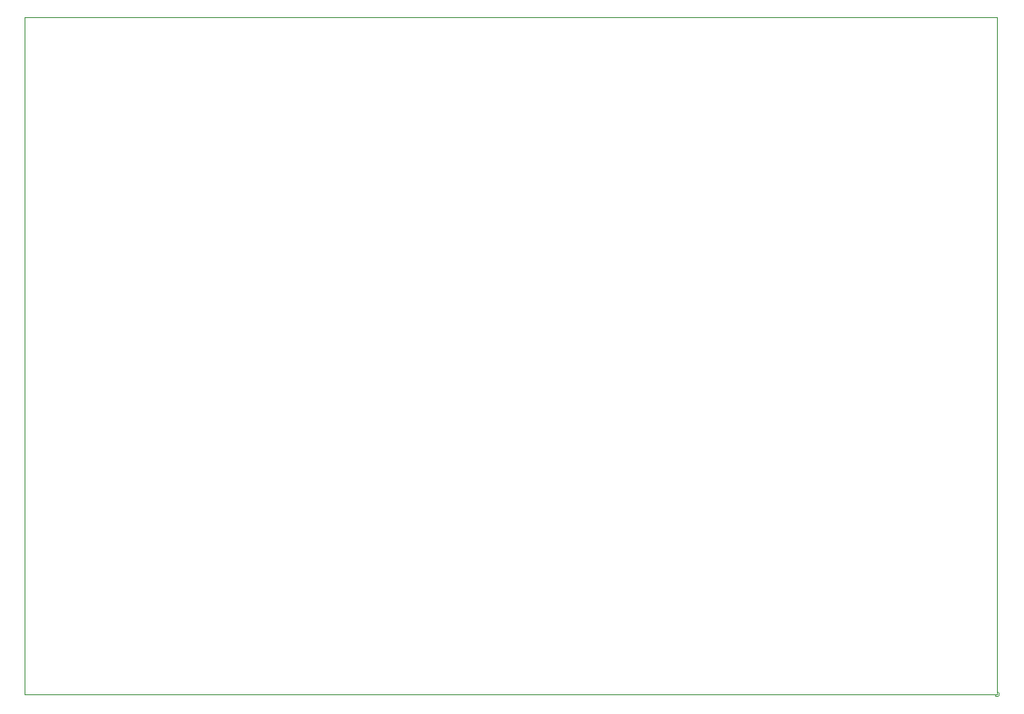
<source format=gbr>
%TF.GenerationSoftware,KiCad,Pcbnew,9.0.1*%
%TF.CreationDate,2025-04-06T15:48:51+05:30*%
%TF.ProjectId,_autosave-solder,5f617574-6f73-4617-9665-2d736f6c6465,rev?*%
%TF.SameCoordinates,Original*%
%TF.FileFunction,Profile,NP*%
%FSLAX46Y46*%
G04 Gerber Fmt 4.6, Leading zero omitted, Abs format (unit mm)*
G04 Created by KiCad (PCBNEW 9.0.1) date 2025-04-06 15:48:51*
%MOMM*%
%LPD*%
G01*
G04 APERTURE LIST*
%TA.AperFunction,Profile*%
%ADD10C,0.050000*%
%TD*%
G04 APERTURE END LIST*
D10*
X229750000Y-127750000D02*
G75*
G02*
X229500000Y-128000000I0J-250000D01*
G01*
X129250000Y-58000000D02*
X229750000Y-58000000D01*
X229750000Y-128000000D01*
X129250000Y-128000000D01*
X129250000Y-58000000D01*
M02*

</source>
